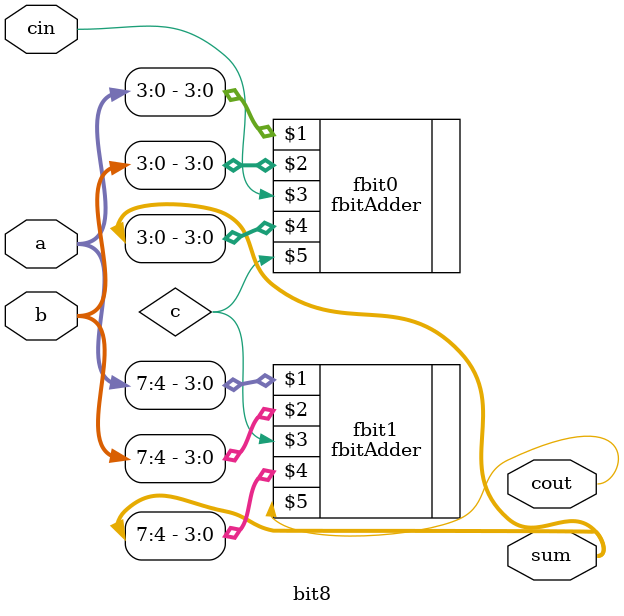
<source format=v>
`include "fbit.v"

module bit8(a,b,cin,sum,cout);

input [7:0] a,b;
	input cin;
	output[7:0] sum;
	output cout;
	wire c,c1,c2;
	
	fbitAdder fbit0(a[3:0],b[3:0],cin,sum[3:0],c);

	fbitAdder fbit1(a[7:4],b[7:4],c,sum[7:4],cout);


endmodule

</source>
